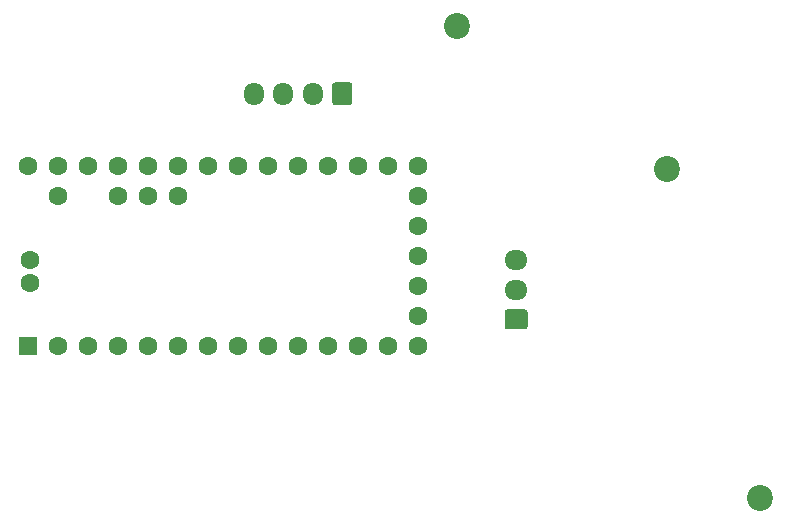
<source format=gbr>
%TF.GenerationSoftware,KiCad,Pcbnew,(5.1.10)-1*%
%TF.CreationDate,2022-10-29T14:49:15-06:00*%
%TF.ProjectId,MainBoard,4d61696e-426f-4617-9264-2e6b69636164,rev?*%
%TF.SameCoordinates,Original*%
%TF.FileFunction,Soldermask,Bot*%
%TF.FilePolarity,Negative*%
%FSLAX46Y46*%
G04 Gerber Fmt 4.6, Leading zero omitted, Abs format (unit mm)*
G04 Created by KiCad (PCBNEW (5.1.10)-1) date 2022-10-29 14:49:15*
%MOMM*%
%LPD*%
G01*
G04 APERTURE LIST*
%ADD10C,2.200000*%
%ADD11O,1.950000X1.700000*%
%ADD12O,1.700000X1.950000*%
%ADD13C,1.600000*%
%ADD14R,1.600000X1.600000*%
G04 APERTURE END LIST*
D10*
%TO.C,REF\u002A\u002A*%
X91389200Y-70104000D03*
%TD*%
%TO.C,REF\u002A\u002A*%
X83540600Y-42316400D03*
%TD*%
%TO.C,REF\u002A\u002A*%
X65760600Y-30149800D03*
%TD*%
D11*
%TO.C,J4*%
X70764400Y-50016400D03*
X70764400Y-52516400D03*
G36*
G01*
X71489400Y-55866400D02*
X70039400Y-55866400D01*
G75*
G02*
X69789400Y-55616400I0J250000D01*
G01*
X69789400Y-54416400D01*
G75*
G02*
X70039400Y-54166400I250000J0D01*
G01*
X71489400Y-54166400D01*
G75*
G02*
X71739400Y-54416400I0J-250000D01*
G01*
X71739400Y-55616400D01*
G75*
G02*
X71489400Y-55866400I-250000J0D01*
G01*
G37*
%TD*%
D12*
%TO.C,J5*%
X48543200Y-35915600D03*
X51043200Y-35915600D03*
X53543200Y-35915600D03*
G36*
G01*
X56893200Y-35190600D02*
X56893200Y-36640600D01*
G75*
G02*
X56643200Y-36890600I-250000J0D01*
G01*
X55443200Y-36890600D01*
G75*
G02*
X55193200Y-36640600I0J250000D01*
G01*
X55193200Y-35190600D01*
G75*
G02*
X55443200Y-34940600I250000J0D01*
G01*
X56643200Y-34940600D01*
G75*
G02*
X56893200Y-35190600I0J-250000D01*
G01*
G37*
%TD*%
D13*
%TO.C,U1*%
X29641800Y-51943000D03*
X29641800Y-49961800D03*
D14*
X29464000Y-57277000D03*
D13*
X32004000Y-57277000D03*
X34544000Y-57277000D03*
X37084000Y-57277000D03*
X39624000Y-57277000D03*
X42164000Y-57277000D03*
X44704000Y-57277000D03*
X47244000Y-57277000D03*
X49784000Y-57277000D03*
X52324000Y-57277000D03*
X54864000Y-57277000D03*
X57404000Y-57277000D03*
X59944000Y-57277000D03*
X42164000Y-44577000D03*
X39624000Y-44577000D03*
X37084000Y-44577000D03*
X32004000Y-44577000D03*
X29464000Y-42037000D03*
X32004000Y-42037000D03*
X34544000Y-42037000D03*
X37084000Y-42037000D03*
X39624000Y-42037000D03*
X42164000Y-42037000D03*
X44704000Y-42037000D03*
X47244000Y-42037000D03*
X49784000Y-42037000D03*
X52324000Y-42037000D03*
X54864000Y-42037000D03*
X57404000Y-42037000D03*
X59944000Y-42037000D03*
X62484000Y-57277000D03*
X62484000Y-54737000D03*
X62484000Y-52197000D03*
X62484000Y-42037000D03*
X62484000Y-44577000D03*
X62484000Y-47117000D03*
X62484000Y-49657000D03*
%TD*%
M02*

</source>
